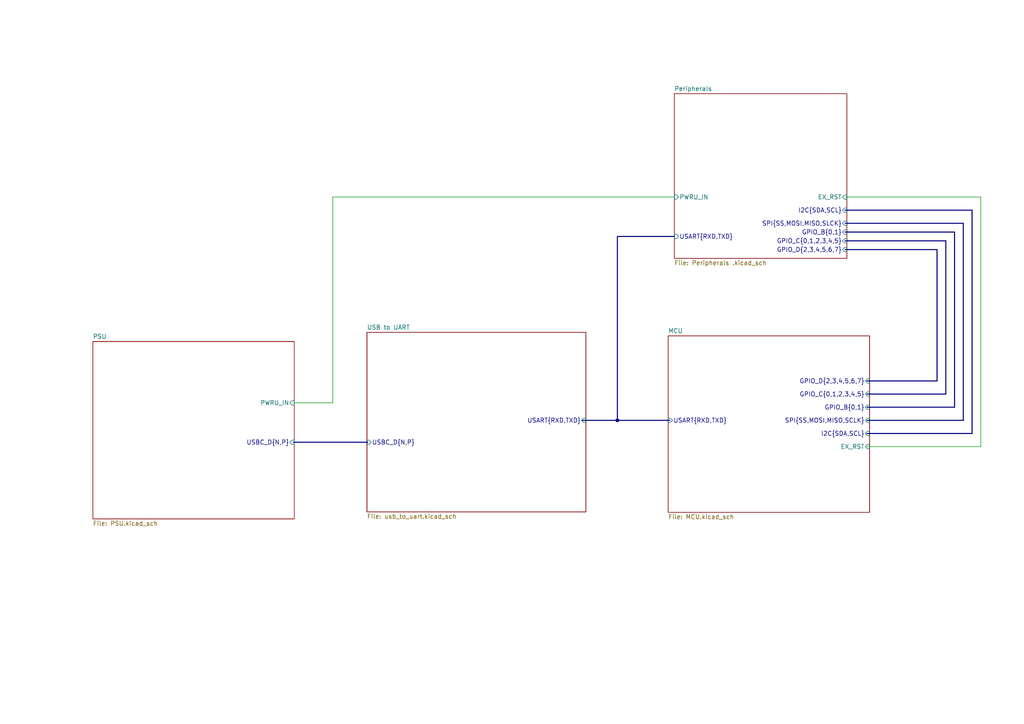
<source format=kicad_sch>
(kicad_sch
	(version 20231120)
	(generator "eeschema")
	(generator_version "8.0")
	(uuid "4f6ede97-95f2-479b-8a62-4dd4f1f7b83b")
	(paper "A4")
	(lib_symbols)
	(junction
		(at 179.07 121.92)
		(diameter 0)
		(color 0 0 0 0)
		(uuid "21259475-6761-47c8-8cf5-7f3068da2a62")
	)
	(wire
		(pts
			(xy 195.58 57.15) (xy 96.52 57.15)
		)
		(stroke
			(width 0)
			(type default)
		)
		(uuid "045346d5-3883-4939-bb2a-36f8287aac11")
	)
	(bus
		(pts
			(xy 168.91 121.92) (xy 179.07 121.92)
		)
		(stroke
			(width 0)
			(type default)
		)
		(uuid "0a4a3c42-73b6-4713-91dc-4fc4e5ecd157")
	)
	(bus
		(pts
			(xy 179.07 68.58) (xy 179.07 121.92)
		)
		(stroke
			(width 0)
			(type default)
		)
		(uuid "0f263445-e089-42c1-8651-3cb5b1d8a6c1")
	)
	(bus
		(pts
			(xy 251.46 121.92) (xy 279.4 121.92)
		)
		(stroke
			(width 0)
			(type default)
		)
		(uuid "1f6b3690-f01c-460b-b2df-c07d76c5496c")
	)
	(bus
		(pts
			(xy 245.11 69.85) (xy 274.32 69.85)
		)
		(stroke
			(width 0)
			(type default)
		)
		(uuid "2698f41d-2cd1-4017-af73-3da5bd2a3040")
	)
	(bus
		(pts
			(xy 251.46 125.73) (xy 281.94 125.73)
		)
		(stroke
			(width 0)
			(type default)
		)
		(uuid "278a1086-6405-472b-9adb-f82a79c8d28d")
	)
	(wire
		(pts
			(xy 96.52 57.15) (xy 96.52 116.84)
		)
		(stroke
			(width 0)
			(type default)
		)
		(uuid "2d8b7c82-6e38-48ce-8bcd-6f4ae0bf2f53")
	)
	(bus
		(pts
			(xy 195.58 68.58) (xy 179.07 68.58)
		)
		(stroke
			(width 0)
			(type default)
		)
		(uuid "2f1d6746-a84b-4b6e-bb49-77f8743e6792")
	)
	(bus
		(pts
			(xy 85.09 128.27) (xy 106.68 128.27)
		)
		(stroke
			(width 0)
			(type default)
		)
		(uuid "386c50b1-9cad-464d-a6e6-c8cebbc8f271")
	)
	(bus
		(pts
			(xy 274.32 69.85) (xy 274.32 114.3)
		)
		(stroke
			(width 0)
			(type default)
		)
		(uuid "4c914340-3547-4ead-9b7b-69faabb18622")
	)
	(bus
		(pts
			(xy 179.07 121.92) (xy 194.31 121.92)
		)
		(stroke
			(width 0)
			(type default)
		)
		(uuid "546872a5-0a7e-4338-93dc-1872af6a4114")
	)
	(wire
		(pts
			(xy 85.09 116.84) (xy 96.52 116.84)
		)
		(stroke
			(width 0)
			(type default)
		)
		(uuid "5746888e-1fe5-48de-a4dc-6091bc694daa")
	)
	(bus
		(pts
			(xy 276.86 118.11) (xy 276.86 67.31)
		)
		(stroke
			(width 0)
			(type default)
		)
		(uuid "59a9a524-2b66-44c0-ad56-3ab7fc6ee81f")
	)
	(wire
		(pts
			(xy 251.46 129.54) (xy 284.48 129.54)
		)
		(stroke
			(width 0)
			(type default)
		)
		(uuid "74410d39-09a5-4964-92a5-64f8bee3b8a4")
	)
	(bus
		(pts
			(xy 245.11 67.31) (xy 276.86 67.31)
		)
		(stroke
			(width 0)
			(type default)
		)
		(uuid "76feffcd-eba1-44dd-a146-a6bd8913f92a")
	)
	(bus
		(pts
			(xy 281.94 60.96) (xy 281.94 125.73)
		)
		(stroke
			(width 0)
			(type default)
		)
		(uuid "7f8a18ae-ef2b-4830-8357-278ebe4b7113")
	)
	(wire
		(pts
			(xy 284.48 129.54) (xy 284.48 57.15)
		)
		(stroke
			(width 0)
			(type default)
		)
		(uuid "8055e00e-8a77-43f4-9d50-26108937aa8e")
	)
	(bus
		(pts
			(xy 271.78 110.49) (xy 271.78 72.39)
		)
		(stroke
			(width 0)
			(type default)
		)
		(uuid "8594b246-e77f-4a63-b32c-2167638540da")
	)
	(bus
		(pts
			(xy 245.11 72.39) (xy 271.78 72.39)
		)
		(stroke
			(width 0)
			(type default)
		)
		(uuid "87c8ba46-ec74-4a57-9a87-e44b65e134b7")
	)
	(wire
		(pts
			(xy 245.11 57.15) (xy 284.48 57.15)
		)
		(stroke
			(width 0)
			(type default)
		)
		(uuid "9c08e755-afc8-451e-81d6-62de71b98b6b")
	)
	(bus
		(pts
			(xy 279.4 121.92) (xy 279.4 64.77)
		)
		(stroke
			(width 0)
			(type default)
		)
		(uuid "c2a22e8b-a23d-482d-8815-0bf0d07ac8a2")
	)
	(bus
		(pts
			(xy 251.46 110.49) (xy 271.78 110.49)
		)
		(stroke
			(width 0)
			(type default)
		)
		(uuid "cfb2ba04-05e1-4db7-8d27-656a54327dfb")
	)
	(bus
		(pts
			(xy 251.46 118.11) (xy 276.86 118.11)
		)
		(stroke
			(width 0)
			(type default)
		)
		(uuid "cfdd8444-d407-45e1-b74c-8f0a16060a3f")
	)
	(bus
		(pts
			(xy 245.11 60.96) (xy 281.94 60.96)
		)
		(stroke
			(width 0)
			(type default)
		)
		(uuid "d6e803a9-22d6-4e4d-a607-94065d2e745a")
	)
	(bus
		(pts
			(xy 251.46 114.3) (xy 274.32 114.3)
		)
		(stroke
			(width 0)
			(type default)
		)
		(uuid "f6552082-d050-477d-a0f0-01b0f9518807")
	)
	(bus
		(pts
			(xy 245.11 64.77) (xy 279.4 64.77)
		)
		(stroke
			(width 0)
			(type default)
		)
		(uuid "faca189f-4136-48a9-9dfe-4b8b42dda969")
	)
	(sheet
		(at 195.58 27.178)
		(size 50.038 47.752)
		(fields_autoplaced yes)
		(stroke
			(width 0.1524)
			(type solid)
		)
		(fill
			(color 0 0 0 0.0000)
		)
		(uuid "14c97030-692e-4ee9-b2cf-7b98b548d1f9")
		(property "Sheetname" "Peripherals"
			(at 195.58 26.4664 0)
			(effects
				(font
					(size 1.27 1.27)
				)
				(justify left bottom)
			)
		)
		(property "Sheetfile" "Peripherals .kicad_sch"
			(at 195.58 75.5146 0)
			(effects
				(font
					(size 1.27 1.27)
				)
				(justify left top)
			)
		)
		(pin "GPIO_D{2,3,4,5,6,7}" input
			(at 245.618 72.39 0)
			(effects
				(font
					(size 1.27 1.27)
				)
				(justify right)
			)
			(uuid "be3d7979-f95f-44f3-b47f-b9e3c66506cd")
		)
		(pin "GPIO_C{0,1,2,3,4,5}" input
			(at 245.618 69.85 0)
			(effects
				(font
					(size 1.27 1.27)
				)
				(justify right)
			)
			(uuid "798139c4-8fcf-4724-8260-ad198f6d83cf")
		)
		(pin "GPIO_B{0,1}" input
			(at 245.618 67.31 0)
			(effects
				(font
					(size 1.27 1.27)
				)
				(justify right)
			)
			(uuid "a2080148-41a3-4826-b47b-9a57882671f0")
		)
		(pin "EX_RST" input
			(at 245.618 57.15 0)
			(effects
				(font
					(size 1.27 1.27)
				)
				(justify right)
			)
			(uuid "38eb26eb-107c-4e1b-a12b-6ae21d7ee5af")
		)
		(pin "SPI{SS,MOSI,MISO,SLCK}" input
			(at 245.618 64.77 0)
			(effects
				(font
					(size 1.27 1.27)
				)
				(justify right)
			)
			(uuid "affd473f-d4cc-40c9-bb76-da28ddd26f37")
		)
		(pin "I2C{SDA,SCL}" input
			(at 245.618 60.96 0)
			(effects
				(font
					(size 1.27 1.27)
				)
				(justify right)
			)
			(uuid "a8b2f3cb-4705-4f42-8478-c65156c79cb3")
		)
		(pin "USART{RXD,TXD}" input
			(at 195.58 68.58 180)
			(effects
				(font
					(size 1.27 1.27)
				)
				(justify left)
			)
			(uuid "9862f39a-6e45-438e-afea-d6189c231e1c")
		)
		(pin "PWRU_IN" input
			(at 195.58 57.15 180)
			(effects
				(font
					(size 1.27 1.27)
				)
				(justify left)
			)
			(uuid "61657d96-be78-45a7-90a3-834b9506ea64")
		)
		(instances
			(project "Socet_Onboarding"
				(path "/4f6ede97-95f2-479b-8a62-4dd4f1f7b83b"
					(page "5")
				)
			)
		)
	)
	(sheet
		(at 106.426 96.393)
		(size 63.5 52.07)
		(fields_autoplaced yes)
		(stroke
			(width 0.1524)
			(type solid)
		)
		(fill
			(color 0 0 0 0.0000)
		)
		(uuid "4ba34c4f-cae1-4ac6-887c-fb133a586865")
		(property "Sheetname" "USB to UART"
			(at 106.426 95.6814 0)
			(effects
				(font
					(size 1.27 1.27)
				)
				(justify left bottom)
			)
		)
		(property "Sheetfile" "usb_to_uart.kicad_sch"
			(at 106.426 149.0476 0)
			(effects
				(font
					(size 1.27 1.27)
				)
				(justify left top)
			)
		)
		(pin "USBC_D{N,P}" input
			(at 106.426 128.27 180)
			(effects
				(font
					(size 1.27 1.27)
				)
				(justify left)
			)
			(uuid "656216b3-bb60-461b-a771-f6e7d17c7b4c")
		)
		(pin "USART{RXD,TXD}" input
			(at 169.926 121.92 0)
			(effects
				(font
					(size 1.27 1.27)
				)
				(justify right)
			)
			(uuid "3fdb4650-7f13-41c6-b263-f64cbc837dc2")
		)
		(instances
			(project "Socet_Onboarding"
				(path "/4f6ede97-95f2-479b-8a62-4dd4f1f7b83b"
					(page "4")
				)
			)
		)
	)
	(sheet
		(at 193.802 97.409)
		(size 58.42 51.181)
		(fields_autoplaced yes)
		(stroke
			(width 0.1524)
			(type solid)
		)
		(fill
			(color 0 0 0 0.0000)
		)
		(uuid "a61c5ec3-642e-4c89-b5f4-3f455b3b91ee")
		(property "Sheetname" "MCU"
			(at 193.802 96.6974 0)
			(effects
				(font
					(size 1.27 1.27)
				)
				(justify left bottom)
			)
		)
		(property "Sheetfile" "MCU.kicad_sch"
			(at 193.802 149.1746 0)
			(effects
				(font
					(size 1.27 1.27)
				)
				(justify left top)
			)
		)
		(pin "USART{RXD,TXD}" input
			(at 193.802 121.92 180)
			(effects
				(font
					(size 1.27 1.27)
				)
				(justify left)
			)
			(uuid "826253cb-1855-445b-8816-400aae31d1a3")
		)
		(pin "I2C{SDA,SCL}" input
			(at 252.222 125.73 0)
			(effects
				(font
					(size 1.27 1.27)
				)
				(justify right)
			)
			(uuid "44e28e65-339f-40bd-b54f-216d594e32e3")
		)
		(pin "SPI{SS,MOSI,MISO,SCLK}" input
			(at 252.222 121.92 0)
			(effects
				(font
					(size 1.27 1.27)
				)
				(justify right)
			)
			(uuid "0785d4fb-d393-4071-9baa-550f96572c9a")
		)
		(pin "EX_RST" input
			(at 252.222 129.54 0)
			(effects
				(font
					(size 1.27 1.27)
				)
				(justify right)
			)
			(uuid "57b189c6-2d49-4dc7-bd71-6f0369e99408")
		)
		(pin "GPIO_B{0,1}" input
			(at 252.222 118.11 0)
			(effects
				(font
					(size 1.27 1.27)
				)
				(justify right)
			)
			(uuid "7ff8907b-3dc5-4aee-84b7-c33976ef55d6")
		)
		(pin "GPIO_C{0,1,2,3,4,5}" input
			(at 252.222 114.3 0)
			(effects
				(font
					(size 1.27 1.27)
				)
				(justify right)
			)
			(uuid "a84b6af2-2165-4b28-b9b3-2f840cb757b9")
		)
		(pin "GPIO_D{2,3,4,5,6,7}" input
			(at 252.222 110.49 0)
			(effects
				(font
					(size 1.27 1.27)
				)
				(justify right)
			)
			(uuid "79ce5625-370f-45b1-84dc-5db350fbf502")
		)
		(instances
			(project "Socet_Onboarding"
				(path "/4f6ede97-95f2-479b-8a62-4dd4f1f7b83b"
					(page "2")
				)
			)
		)
	)
	(sheet
		(at 26.924 99.06)
		(size 58.42 51.435)
		(fields_autoplaced yes)
		(stroke
			(width 0.1524)
			(type solid)
		)
		(fill
			(color 0 0 0 0.0000)
		)
		(uuid "c73a435e-84d1-47f3-96bd-7afc98a52d98")
		(property "Sheetname" "PSU"
			(at 26.924 98.3484 0)
			(effects
				(font
					(size 1.27 1.27)
				)
				(justify left bottom)
			)
		)
		(property "Sheetfile" "PSU.kicad_sch"
			(at 26.924 151.0796 0)
			(effects
				(font
					(size 1.27 1.27)
				)
				(justify left top)
			)
		)
		(pin "USBC_D{N,P}" input
			(at 85.344 128.27 0)
			(effects
				(font
					(size 1.27 1.27)
				)
				(justify right)
			)
			(uuid "ac7588c5-8b2e-482c-8dda-0ad32c9adc6b")
		)
		(pin "PWRU_IN" input
			(at 85.344 116.84 0)
			(effects
				(font
					(size 1.27 1.27)
				)
				(justify right)
			)
			(uuid "38cae6e3-df78-44a9-905e-d2ecd46aba03")
		)
		(instances
			(project "Socet_Onboarding"
				(path "/4f6ede97-95f2-479b-8a62-4dd4f1f7b83b"
					(page "3")
				)
			)
		)
	)
	(sheet_instances
		(path "/"
			(page "1")
		)
	)
)

</source>
